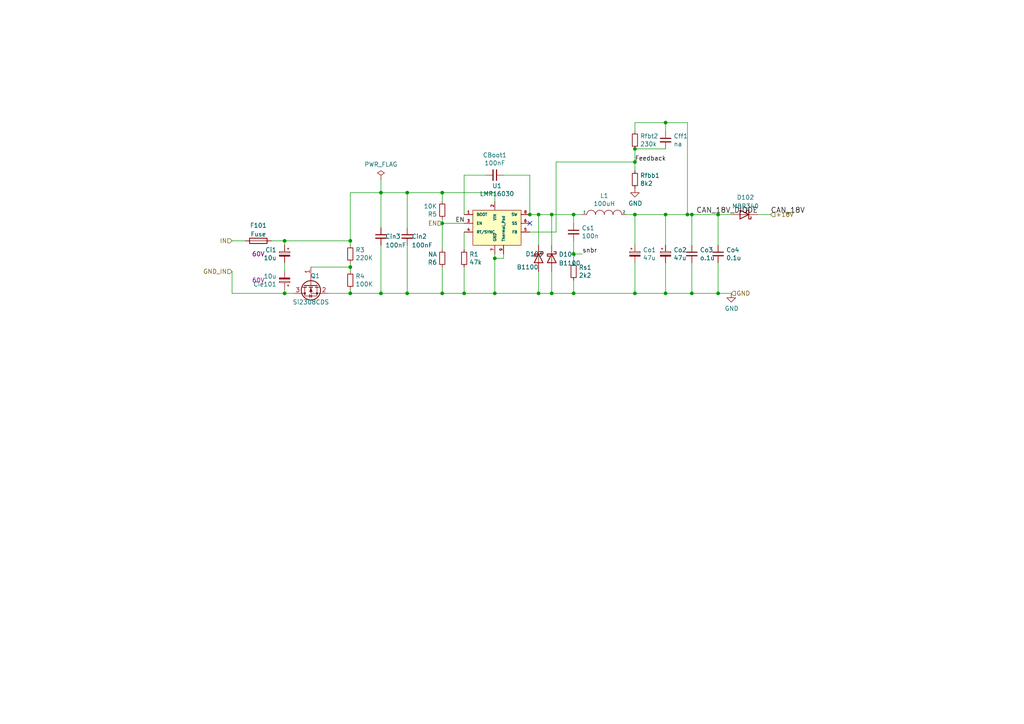
<source format=kicad_sch>
(kicad_sch (version 20211123) (generator eeschema)
  (paper "A4")
  (lib_symbols
    (symbol "Device:C_Polarized_Small" (pin_numbers hide) (pin_names (offset 0.254) hide)
      (property "Reference" "C" (at 0.254 1.778 0))
      (property "Value" "C_Polarized_Small" (at 0.254 -2.032 0))
      (symbol "C_Polarized_Small_0_1"
        (rectangle (start -1.524 -0.3048) (end 1.524 -0.6858) (fill (type outline)))
        (rectangle (start -1.524 0.6858) (end 1.524 0.3048))
        (polyline (pts (xy -1.27 1.524) (xy -0.762 1.524)))
        (polyline (pts (xy -1.016 1.27) (xy -1.016 1.778)))
      )
      (symbol "C_Polarized_Small_1_1"
        (pin passive line (at 0 2.54 270) (length 1.8542) (name "~") (number "1"))
        (pin passive line (at 0 -2.54 90) (length 1.8542) (name "~") (number "2"))
      )
    )
    (symbol "Device:D_Schottky" (pin_numbers hide) (pin_names (offset 1.016) hide)
      (property "Reference" "D" (at 0 2.54 0))
      (property "Value" "D_Schottky" (at 0 -2.54 0))
      (symbol "D_Schottky_0_1"
        (polyline (pts (xy 1.27 0) (xy -1.27 0)))
        (polyline (pts (xy 1.27 1.27) (xy 1.27 -1.27) (xy -1.27 0) (xy 1.27 1.27)) (stroke (width 0.254)))
        (polyline (pts (xy -1.905 0.635) (xy -1.905 1.27) (xy -1.27 1.27) (xy -1.27 -1.27) (xy -0.635 -1.27) (xy -0.635 -0.635)) (stroke (width 0.254)))
      )
      (symbol "D_Schottky_1_1"
        (pin passive line (at -3.81 0 0) (length 2.54) (name "K") (number "1"))
        (pin passive line (at 3.81 0 180) (length 2.54) (name "A") (number "2"))
      )
    )
    (symbol "Device:Fuse" (pin_numbers hide) (pin_names (offset 0))
      (property "Reference" "F" (at 2.032 0 90))
      (property "Value" "Fuse" (at -1.905 0 90))
      (symbol "Fuse_0_1"
        (rectangle (start -0.762 -2.54) (end 0.762 2.54) (stroke (width 0.254)))
        (polyline (pts (xy 0 2.54) (xy 0 -2.54)))
      )
      (symbol "Fuse_1_1"
        (pin passive line (at 0 3.81 270) (length 1.27) (name "~") (number "1"))
        (pin passive line (at 0 -3.81 90) (length 1.27) (name "~") (number "2"))
      )
    )
    (symbol "Device:Q_NMOS_GSD" (pin_names (offset 0) hide)
      (property "Reference" "Q" (at 5.08 1.27 0))
      (property "Value" "Q_NMOS_GSD" (at 5.08 -1.27 0))
      (symbol "Q_NMOS_GSD_0_1"
        (polyline (pts (xy 0.254 0) (xy -2.54 0)))
        (polyline (pts (xy 0.254 1.905) (xy 0.254 -1.905)) (stroke (width 0.254)))
        (polyline (pts (xy 0.762 -1.27) (xy 0.762 -2.286)) (stroke (width 0.254)))
        (polyline (pts (xy 0.762 0.508) (xy 0.762 -0.508)) (stroke (width 0.254)))
        (polyline (pts (xy 0.762 2.286) (xy 0.762 1.27)) (stroke (width 0.254)))
        (polyline (pts (xy 2.54 2.54) (xy 2.54 1.778)))
        (polyline (pts (xy 2.54 -2.54) (xy 2.54 0) (xy 0.762 0)))
        (polyline (pts (xy 0.762 -1.778) (xy 3.302 -1.778) (xy 3.302 1.778) (xy 0.762 1.778)))
        (polyline (pts (xy 1.016 0) (xy 2.032 0.381) (xy 2.032 -0.381) (xy 1.016 0)) (fill (type outline)))
        (polyline (pts (xy 2.794 0.508) (xy 2.921 0.381) (xy 3.683 0.381) (xy 3.81 0.254)))
        (polyline (pts (xy 3.302 0.381) (xy 2.921 -0.254) (xy 3.683 -0.254) (xy 3.302 0.381)))
        (circle (center 1.651 0) (radius 2.794) (stroke (width 0.254)))
        (circle (center 2.54 -1.778) (radius 0.254) (fill (type outline)))
        (circle (center 2.54 1.778) (radius 0.254) (fill (type outline)))
      )
      (symbol "Q_NMOS_GSD_1_1"
        (pin input line (at -5.08 0 0) (length 2.54) (name "G") (number "1"))
        (pin passive line (at 2.54 -5.08 90) (length 2.54) (name "S") (number "2"))
        (pin passive line (at 2.54 5.08 270) (length 2.54) (name "D") (number "3"))
      )
    )
    (symbol "fonte_18V-rescue:C_Small-Device" (pin_numbers hide) (pin_names (offset 0.254) hide)
      (property "Reference" "C" (at 0.254 1.778 0))
      (property "Value" "C_Small-Device" (at 0.254 -2.032 0))
      (symbol "C_Small-Device_0_1"
        (polyline (pts (xy -1.524 -0.508) (xy 1.524 -0.508)) (stroke (width 0.3302)))
        (polyline (pts (xy -1.524 0.508) (xy 1.524 0.508)) (stroke (width 0.3048)))
      )
      (symbol "C_Small-Device_1_1"
        (pin passive line (at 0 2.54 270) (length 2.032) (name "~") (number "1"))
        (pin passive line (at 0 -2.54 90) (length 2.032) (name "~") (number "2"))
      )
    )
    (symbol "fonte_18V-rescue:GND-power" (power) (pin_names (offset 0))
      (property "Value" "GND-power" (at 0 -3.81 0))
      (symbol "GND-power_0_1"
        (polyline (pts (xy 0 0) (xy 0 -1.27) (xy 1.27 -1.27) (xy 0 -2.54) (xy -1.27 -1.27) (xy 0 -1.27)))
      )
      (symbol "GND-power_1_1"
        (pin power_in line (at 0 0 270) (length 0) hide (name "GND") (number "1"))
      )
    )
    (symbol "fonte_18V-rescue:INDUCTOR-pspice" (pin_numbers hide) (pin_names (offset 0))
      (property "Reference" "L" (at 0 2.54 0))
      (property "Value" "INDUCTOR-pspice" (at 0 -1.27 0))
      (symbol "INDUCTOR-pspice_0_1"
        (arc (start -2.54 0) (mid -3.81 1.27) (end -5.08 0))
        (arc (start 0 0) (mid -1.27 1.27) (end -2.54 0))
        (arc (start 2.54 0) (mid 1.27 1.27) (end 0 0))
        (arc (start 5.08 0) (mid 3.81 1.27) (end 2.54 0))
      )
      (symbol "INDUCTOR-pspice_1_1"
        (pin input line (at -6.35 0 0) (length 1.27) (name "1") (number "1"))
        (pin input line (at 6.35 0 180) (length 1.27) (name "2") (number "2"))
      )
    )
    (symbol "fonte_18V-rescue:LMR16030-zenite_fonte" (pin_names (offset 1.016))
      (property "Reference" "U" (at 0 0 0))
      (property "Value" "LMR16030-zenite_fonte" (at 0 0 0))
      (symbol "LMR16030-zenite_fonte_0_1"
        (rectangle (start -6.35 15.24) (end 7.62 5.08) (fill (type background)))
      )
      (symbol "LMR16030-zenite_fonte_1_1"
        (pin input line (at -8.89 13.97 0) (length 2.54) (name "BOOT") (number "1"))
        (pin power_in line (at 0 17.78 270) (length 2.54) (name "VIN") (number "2"))
        (pin input line (at -8.89 11.43 0) (length 2.54) (name "EN") (number "3"))
        (pin input line (at -8.89 8.89 0) (length 2.54) (name "RT/SYNC") (number "4"))
        (pin input line (at 10.16 8.89 180) (length 2.54) (name "FB") (number "5"))
        (pin input line (at 10.16 11.43 180) (length 2.54) (name "SS") (number "6"))
        (pin power_out line (at 0 2.54 90) (length 2.54) (name "GND") (number "7"))
        (pin input line (at 10.16 13.97 180) (length 2.54) (name "SW") (number "8"))
        (pin power_out line (at 2.54 2.54 90) (length 2.54) (name "Thermal_Pad") (number "9"))
      )
    )
    (symbol "fonte_18V-rescue:R_Small-Device" (pin_numbers hide) (pin_names (offset 0.254) hide)
      (property "Reference" "R" (at 0.762 0.508 0))
      (property "Value" "R_Small-Device" (at 0.762 -1.016 0))
      (symbol "R_Small-Device_0_1"
        (rectangle (start -0.762 1.778) (end 0.762 -1.778) (stroke (width 0.2032)))
      )
      (symbol "R_Small-Device_1_1"
        (pin passive line (at 0 2.54 270) (length 0.762) (name "~") (number "1"))
        (pin passive line (at 0 -2.54 90) (length 0.762) (name "~") (number "2"))
      )
    )
    (symbol "power:PWR_FLAG" (power) (pin_numbers hide) (pin_names (offset 0) hide)
      (property "Value" "PWR_FLAG" (at 0 3.81 0))
      (symbol "PWR_FLAG_0_0"
        (pin power_out line (at 0 0 90) (length 0) (name "pwr") (number "1"))
      )
      (symbol "PWR_FLAG_0_1"
        (polyline (pts (xy 0 0) (xy 0 1.27) (xy -1.016 1.905) (xy 0 2.54) (xy 1.016 1.905) (xy 0 1.27)))
      )
    )
  )
  (junction (at 200.66 85.09))
  (junction (at 101.6 69.85))
  (junction (at 166.37 85.09))
  (junction (at 184.15 46.99))
  (junction (at 199.39 62.23))
  (junction (at 118.11 85.09))
  (junction (at 118.11 55.88))
  (junction (at 143.51 74.93))
  (junction (at 128.27 64.77))
  (junction (at 193.04 85.09))
  (junction (at 110.49 85.09))
  (junction (at 128.27 55.88))
  (junction (at 184.15 85.09))
  (junction (at 110.49 55.88))
  (junction (at 156.21 85.09))
  (junction (at 184.15 62.23))
  (junction (at 101.6 77.47))
  (junction (at 193.04 35.56))
  (junction (at 101.6 85.09))
  (junction (at 143.51 85.09))
  (junction (at 208.28 85.09))
  (junction (at 193.04 62.23))
  (junction (at 153.67 62.23))
  (junction (at 208.28 62.23))
  (junction (at 200.66 62.23))
  (junction (at 160.02 62.23))
  (junction (at 160.02 85.09))
  (junction (at 156.21 62.23))
  (junction (at 166.37 73.66))
  (junction (at 134.62 85.09))
  (junction (at 82.55 85.09))
  (junction (at 128.27 85.09))
  (junction (at 166.37 62.23))
  (junction (at 184.15 43.18))
  (junction (at 82.55 69.85))
  (no_connect (at 153.67 64.77))
  (wire (pts (xy 160.02 78.74) (xy 160.02 85.09)))
  (wire (pts (xy 118.11 55.88) (xy 118.11 66.04)))
  (wire (pts (xy 208.28 85.09) (xy 212.09 85.09)))
  (wire (pts (xy 110.49 66.04) (xy 110.49 55.88)))
  (wire (pts (xy 184.15 35.56) (xy 184.15 38.1)))
  (wire (pts (xy 160.02 85.09) (xy 166.37 85.09)))
  (wire (pts (xy 161.29 46.99) (xy 161.29 67.31)))
  (wire (pts (xy 156.21 85.09) (xy 160.02 85.09)))
  (wire (pts (xy 143.51 58.42) (xy 143.51 55.88)))
  (wire (pts (xy 67.31 78.74) (xy 67.31 85.09)))
  (wire (pts (xy 184.15 62.23) (xy 181.61 62.23)))
  (wire (pts (xy 82.55 83.82) (xy 82.55 85.09)))
  (wire (pts (xy 208.28 76.2) (xy 208.28 85.09)))
  (wire (pts (xy 200.66 85.09) (xy 208.28 85.09)))
  (wire (pts (xy 110.49 85.09) (xy 118.11 85.09)))
  (wire (pts (xy 184.15 62.23) (xy 193.04 62.23)))
  (wire (pts (xy 110.49 55.88) (xy 118.11 55.88)))
  (wire (pts (xy 128.27 85.09) (xy 134.62 85.09)))
  (wire (pts (xy 156.21 62.23) (xy 160.02 62.23)))
  (wire (pts (xy 118.11 85.09) (xy 128.27 85.09)))
  (wire (pts (xy 193.04 76.2) (xy 193.04 85.09)))
  (wire (pts (xy 200.66 62.23) (xy 200.66 71.12)))
  (wire (pts (xy 153.67 50.8) (xy 153.67 62.23)))
  (wire (pts (xy 128.27 55.88) (xy 118.11 55.88)))
  (wire (pts (xy 143.51 73.66) (xy 143.51 74.93)))
  (wire (pts (xy 128.27 58.42) (xy 128.27 55.88)))
  (wire (pts (xy 143.51 74.93) (xy 146.05 74.93)))
  (wire (pts (xy 193.04 62.23) (xy 199.39 62.23)))
  (wire (pts (xy 193.04 35.56) (xy 193.04 38.1)))
  (wire (pts (xy 208.28 62.23) (xy 212.09 62.23)))
  (wire (pts (xy 156.21 78.74) (xy 156.21 85.09)))
  (wire (pts (xy 153.67 62.23) (xy 156.21 62.23)))
  (wire (pts (xy 85.09 85.09) (xy 82.55 85.09)))
  (wire (pts (xy 128.27 64.77) (xy 128.27 72.39)))
  (wire (pts (xy 146.05 74.93) (xy 146.05 73.66)))
  (wire (pts (xy 101.6 55.88) (xy 101.6 69.85)))
  (wire (pts (xy 101.6 85.09) (xy 110.49 85.09)))
  (wire (pts (xy 184.15 46.99) (xy 184.15 49.53)))
  (wire (pts (xy 160.02 62.23) (xy 166.37 62.23)))
  (wire (pts (xy 101.6 55.88) (xy 110.49 55.88)))
  (wire (pts (xy 156.21 62.23) (xy 156.21 71.12)))
  (wire (pts (xy 82.55 76.2) (xy 82.55 78.74)))
  (wire (pts (xy 118.11 71.12) (xy 118.11 85.09)))
  (wire (pts (xy 128.27 63.5) (xy 128.27 64.77)))
  (wire (pts (xy 140.97 50.8) (xy 134.62 50.8)))
  (wire (pts (xy 101.6 71.12) (xy 101.6 69.85)))
  (wire (pts (xy 166.37 85.09) (xy 184.15 85.09)))
  (wire (pts (xy 110.49 52.07) (xy 110.49 55.88)))
  (wire (pts (xy 134.62 77.47) (xy 134.62 85.09)))
  (wire (pts (xy 184.15 43.18) (xy 184.15 46.99)))
  (wire (pts (xy 166.37 69.85) (xy 166.37 73.66)))
  (wire (pts (xy 78.74 69.85) (xy 82.55 69.85)))
  (wire (pts (xy 184.15 71.12) (xy 184.15 62.23)))
  (wire (pts (xy 166.37 73.66) (xy 168.91 73.66)))
  (wire (pts (xy 166.37 64.77) (xy 166.37 62.23)))
  (wire (pts (xy 166.37 62.23) (xy 168.91 62.23)))
  (wire (pts (xy 90.17 77.47) (xy 101.6 77.47)))
  (wire (pts (xy 184.15 76.2) (xy 184.15 85.09)))
  (wire (pts (xy 101.6 77.47) (xy 101.6 78.74)))
  (wire (pts (xy 161.29 67.31) (xy 153.67 67.31)))
  (wire (pts (xy 199.39 62.23) (xy 200.66 62.23)))
  (wire (pts (xy 166.37 81.28) (xy 166.37 85.09)))
  (wire (pts (xy 143.51 74.93) (xy 143.51 85.09)))
  (wire (pts (xy 82.55 69.85) (xy 101.6 69.85)))
  (wire (pts (xy 200.66 62.23) (xy 208.28 62.23)))
  (wire (pts (xy 193.04 85.09) (xy 200.66 85.09)))
  (wire (pts (xy 166.37 73.66) (xy 166.37 76.2)))
  (wire (pts (xy 128.27 64.77) (xy 134.62 64.77)))
  (wire (pts (xy 128.27 77.47) (xy 128.27 85.09)))
  (wire (pts (xy 208.28 62.23) (xy 208.28 71.12)))
  (wire (pts (xy 199.39 35.56) (xy 199.39 62.23)))
  (wire (pts (xy 134.62 50.8) (xy 134.62 62.23)))
  (wire (pts (xy 143.51 85.09) (xy 156.21 85.09)))
  (wire (pts (xy 160.02 62.23) (xy 160.02 71.12)))
  (wire (pts (xy 219.71 62.23) (xy 223.52 62.23)))
  (wire (pts (xy 146.05 50.8) (xy 153.67 50.8)))
  (wire (pts (xy 184.15 35.56) (xy 193.04 35.56)))
  (wire (pts (xy 67.31 85.09) (xy 82.55 85.09)))
  (wire (pts (xy 101.6 83.82) (xy 101.6 85.09)))
  (wire (pts (xy 134.62 67.31) (xy 134.62 72.39)))
  (wire (pts (xy 184.15 43.18) (xy 193.04 43.18)))
  (wire (pts (xy 71.12 69.85) (xy 67.31 69.85)))
  (wire (pts (xy 143.51 55.88) (xy 128.27 55.88)))
  (wire (pts (xy 95.25 85.09) (xy 101.6 85.09)))
  (wire (pts (xy 82.55 71.12) (xy 82.55 69.85)))
  (wire (pts (xy 193.04 71.12) (xy 193.04 62.23)))
  (wire (pts (xy 161.29 46.99) (xy 184.15 46.99)))
  (wire (pts (xy 193.04 35.56) (xy 199.39 35.56)))
  (wire (pts (xy 110.49 71.12) (xy 110.49 85.09)))
  (wire (pts (xy 200.66 76.2) (xy 200.66 85.09)))
  (wire (pts (xy 101.6 76.2) (xy 101.6 77.47)))
  (wire (pts (xy 134.62 85.09) (xy 143.51 85.09)))
  (wire (pts (xy 184.15 85.09) (xy 193.04 85.09)))
  (label "EN" (at 132.08 64.77 0))
  (label "CAN_18V" (at 223.52 62.23 0) (effects (font (size 1.524 1.524))))
  (label "Feedback" (at 184.15 46.99 0))
  (label "snbr" (at 168.91 73.66 0))
  (label "CAN_18V_DIODE" (at 201.93 62.23 0) (effects (font (size 1.524 1.524))))
  (hierarchical_label "GND_IN" (shape input) (at 67.31 78.74 180))
  (hierarchical_label "EN" (shape input) (at 128.27 64.77 180))
  (hierarchical_label "IN" (shape input) (at 67.31 69.85 180))
  (hierarchical_label "GND" (shape input) (at 212.09 85.09 0))
  (hierarchical_label "+18V" (shape input) (at 223.52 62.23 0))
  (symbol (lib_id "Device:Q_NMOS_GSD") (at 90.17 82.55 90) (mirror x) (unit 1)
    (property "Reference" "Q1" (at 91.44 80.01 90))
    (property "Value" "Si2308CDS" (at 90.17 87.63 90))
    (property "Footprint" "Package_TO_SOT_SMD:SOT-23" (effects hide))
    (property "Datasheet" "http://www.vishay.com/docs/66709/si2308cd.pdf" (effects hide))
  )
  (symbol (lib_id "Device:C_Polarized_Small") (at 193.04 73.66 0) (unit 1)
    (property "Reference" "Co2" (at 195.3514 72.4916 0) (effects (justify left)))
    (property "Value" "47u" (at 195.3514 74.803 0) (effects (justify left)))
    (property "Footprint" "Capacitor_THT:CP_Radial_D5.0mm_P2.50mm" (effects hide))
  )
  (symbol (lib_id "fonte_18V-rescue:C_Small-Device") (at 143.51 50.8 270) (unit 1)
    (property "Reference" "CBoot1" (at 143.51 44.9834 90))
    (property "Value" "100nF" (at 143.51 47.2948 90))
    (property "Footprint" "Capacitor_SMD:C_0805_2012Metric_Pad1.18x1.45mm_HandSolder" (effects hide))
  )
  (symbol (lib_id "fonte_18V-rescue:R_Small-Device") (at 166.37 78.74 0) (unit 1)
    (property "Reference" "Rs1" (at 167.8686 77.5716 0) (effects (justify left)))
    (property "Value" "2k2" (at 167.8686 79.883 0) (effects (justify left)))
    (property "Footprint" "Resistor_SMD:R_0805_2012Metric_Pad1.20x1.40mm_HandSolder" (effects hide))
  )
  (symbol (lib_id "fonte_18V-rescue:C_Small-Device") (at 208.28 73.66 0) (unit 1)
    (property "Reference" "Co4" (at 210.6168 72.4916 0) (effects (justify left)))
    (property "Value" "0.1u" (at 210.6168 74.803 0) (effects (justify left)))
    (property "Footprint" "Capacitor_SMD:C_0805_2012Metric_Pad1.18x1.45mm_HandSolder" (effects hide))
  )
  (symbol (lib_id "Device:D_Schottky") (at 215.9 62.23 180) (unit 1)
    (property "Reference" "D102" (at 216.2175 57.2602 0))
    (property "Value" "MBR340" (at 216.2175 59.7971 0))
    (property "Footprint" "Diode_SMD:D_SMA_Handsoldering" (effects hide))
  )
  (symbol (lib_id "Device:D_Schottky") (at 160.02 74.93 270) (unit 1)
    (property "Reference" "D104" (at 162.052 73.7778 90) (effects (justify left)))
    (property "Value" "B1100" (at 162.052 76.3147 90) (effects (justify left)))
    (property "Footprint" "Diode_SMD:D_SMA_Handsoldering" (effects hide))
  )
  (symbol (lib_id "fonte_18V-rescue:R_Small-Device") (at 101.6 81.28 0) (unit 1)
    (property "Reference" "R4" (at 103.0986 80.1116 0) (effects (justify left)))
    (property "Value" "100K" (at 103.0986 82.423 0) (effects (justify left)))
    (property "Footprint" "Resistor_SMD:R_0805_2012Metric_Pad1.20x1.40mm_HandSolder" (effects hide))
  )
  (symbol (lib_id "Device:C_Polarized_Small") (at 82.55 81.28 180) (unit 1)
    (property "Reference" "Cie101" (at 80.2386 82.4484 0) (effects (justify left)))
    (property "Value" "10u" (at 80.2386 80.137 0) (effects (justify left)))
    (property "Footprint" "Capacitor_THT:CP_Radial_D5.0mm_P2.50mm" (effects hide))
    (property "Voltage" "60V" (at 74.93 81.28 0))
  )
  (symbol (lib_id "fonte_18V-rescue:GND-power") (at 212.09 85.09 0) (unit 1)
    (property "Reference" "#PWR0101" (effects hide))
    (property "Value" "GND" (at 212.217 89.4842 0))
  )
  (symbol (lib_id "fonte_18V-rescue:C_Small-Device") (at 193.04 40.64 0) (unit 1)
    (property "Reference" "Cff1" (at 195.3768 39.4716 0) (effects (justify left)))
    (property "Value" "na" (at 195.3768 41.783 0) (effects (justify left)))
    (property "Footprint" "Capacitor_SMD:C_0805_2012Metric_Pad1.18x1.45mm_HandSolder" (effects hide))
  )
  (symbol (lib_id "fonte_18V-rescue:GND-power") (at 184.15 54.61 0) (unit 1)
    (property "Reference" "#PWR0103" (effects hide))
    (property "Value" "GND" (at 184.277 59.0042 0))
  )
  (symbol (lib_id "Device:C_Polarized_Small") (at 82.55 73.66 0) (mirror y) (unit 1)
    (property "Reference" "Ci1" (at 80.2386 72.4916 0) (effects (justify left)))
    (property "Value" "10u" (at 80.2386 74.803 0) (effects (justify left)))
    (property "Footprint" "Capacitor_THT:CP_Radial_D5.0mm_P2.50mm" (effects hide))
    (property "Voltage" "60V" (at 74.93 73.66 0))
  )
  (symbol (lib_id "fonte_18V-rescue:R_Small-Device") (at 128.27 60.96 180) (unit 1)
    (property "Reference" "R5" (at 126.7714 62.1284 0) (effects (justify left)))
    (property "Value" "10K" (at 126.7714 59.817 0) (effects (justify left)))
    (property "Footprint" "Resistor_SMD:R_0805_2012Metric_Pad1.20x1.40mm_HandSolder" (effects hide))
  )
  (symbol (lib_id "fonte_18V-rescue:R_Small-Device") (at 128.27 74.93 180) (unit 1)
    (property "Reference" "R6" (at 126.7714 76.0984 0) (effects (justify left)))
    (property "Value" "NA" (at 126.7714 73.787 0) (effects (justify left)))
    (property "Footprint" "Resistor_SMD:R_0805_2012Metric_Pad1.20x1.40mm_HandSolder" (effects hide))
  )
  (symbol (lib_id "Device:C_Polarized_Small") (at 184.15 73.66 0) (unit 1)
    (property "Reference" "Co1" (at 186.4614 72.4916 0) (effects (justify left)))
    (property "Value" "47u" (at 186.4614 74.803 0) (effects (justify left)))
    (property "Footprint" "Capacitor_THT:CP_Radial_D5.0mm_P2.50mm" (effects hide))
  )
  (symbol (lib_id "Device:D_Schottky") (at 156.21 74.93 270) (unit 1)
    (property "Reference" "D103" (at 152.4 73.66 90) (effects (justify left)))
    (property "Value" "B1100" (at 149.86 77.47 90) (effects (justify left)))
    (property "Footprint" "Diode_SMD:D_SMA_Handsoldering" (effects hide))
  )
  (symbol (lib_id "fonte_18V-rescue:LMR16030-zenite_fonte") (at 143.51 76.2 0) (unit 1)
    (property "Reference" "U1" (at 144.145 53.8988 0))
    (property "Value" "LMR16030" (at 144.145 56.2102 0))
    (property "Footprint" "Package_SO:Texas_R-PDSO-G8_EP2.95x4.9mm_Mask2.4x3.1mm_ThermalVias" (effects hide))
  )
  (symbol (lib_id "fonte_18V-rescue:R_Small-Device") (at 134.62 74.93 0) (unit 1)
    (property "Reference" "R1" (at 136.1186 73.7616 0) (effects (justify left)))
    (property "Value" "47k" (at 136.1186 76.073 0) (effects (justify left)))
    (property "Footprint" "Resistor_SMD:R_0805_2012Metric_Pad1.20x1.40mm_HandSolder" (effects hide))
  )
  (symbol (lib_id "fonte_18V-rescue:C_Small-Device") (at 166.37 67.31 0) (unit 1)
    (property "Reference" "Cs1" (at 168.7068 66.1416 0) (effects (justify left)))
    (property "Value" "100n" (at 168.7068 68.453 0) (effects (justify left)))
    (property "Footprint" "Capacitor_SMD:C_0805_2012Metric_Pad1.18x1.45mm_HandSolder" (effects hide))
  )
  (symbol (lib_id "power:PWR_FLAG") (at 110.49 52.07 0) (unit 1)
    (property "Reference" "#FLG0101" (effects hide))
    (property "Value" "PWR_FLAG" (at 110.49 47.6758 0))
  )
  (symbol (lib_id "fonte_18V-rescue:C_Small-Device") (at 200.66 73.66 0) (unit 1)
    (property "Reference" "Co3" (at 202.9968 72.4916 0) (effects (justify left)))
    (property "Value" "o.1u" (at 202.9968 74.803 0) (effects (justify left)))
    (property "Footprint" "Capacitor_SMD:C_0805_2012Metric_Pad1.18x1.45mm_HandSolder" (effects hide))
  )
  (symbol (lib_id "fonte_18V-rescue:INDUCTOR-pspice") (at 175.26 62.23 0) (unit 1)
    (property "Reference" "L1" (at 175.26 56.769 0))
    (property "Value" "100uH" (at 175.26 59.0804 0))
    (property "Footprint" "Inductor_THT:L_Radial_D21.0mm_P19.00mm" (effects hide))
  )
  (symbol (lib_id "Device:Fuse") (at 74.93 69.85 90) (unit 1)
    (property "Reference" "F101" (at 74.93 65.3882 90))
    (property "Value" "Fuse" (at 74.93 67.9251 90))
    (property "Footprint" "KicadZeniteSolarLibrary18:Fuse_Holder_5x20" (effects hide))
  )
  (symbol (lib_id "fonte_18V-rescue:C_Small-Device") (at 118.11 68.58 0) (unit 1)
    (property "Reference" "Cin2" (at 119.38 68.58 0) (effects (justify left)))
    (property "Value" "100nF" (at 119.38 71.12 0) (effects (justify left)))
    (property "Footprint" "Capacitor_SMD:C_0805_2012Metric_Pad1.18x1.45mm_HandSolder" (effects hide))
  )
  (symbol (lib_id "fonte_18V-rescue:R_Small-Device") (at 101.6 73.66 0) (unit 1)
    (property "Reference" "R3" (at 103.0986 72.4916 0) (effects (justify left)))
    (property "Value" "220K" (at 103.0986 74.803 0) (effects (justify left)))
    (property "Footprint" "Resistor_SMD:R_0805_2012Metric_Pad1.20x1.40mm_HandSolder" (effects hide))
  )
  (symbol (lib_id "fonte_18V-rescue:C_Small-Device") (at 110.49 68.58 0) (unit 1)
    (property "Reference" "Cin3" (at 111.76 68.58 0) (effects (justify left)))
    (property "Value" "100nF" (at 111.76 71.12 0) (effects (justify left)))
    (property "Footprint" "Capacitor_SMD:C_0805_2012Metric_Pad1.18x1.45mm_HandSolder" (effects hide))
  )
  (symbol (lib_id "fonte_18V-rescue:R_Small-Device") (at 184.15 52.07 0) (unit 1)
    (property "Reference" "Rfbb1" (at 185.6486 50.9016 0) (effects (justify left)))
    (property "Value" "8k2" (at 185.6486 53.213 0) (effects (justify left)))
    (property "Footprint" "Resistor_SMD:R_0805_2012Metric_Pad1.20x1.40mm_HandSolder" (effects hide))
  )
  (symbol (lib_id "fonte_18V-rescue:R_Small-Device") (at 184.15 40.64 0) (unit 1)
    (property "Reference" "Rfbt2" (at 185.6486 39.4716 0) (effects (justify left)))
    (property "Value" "230k" (at 185.6486 41.783 0) (effects (justify left)))
    (property "Footprint" "Resistor_SMD:R_0805_2012Metric_Pad1.20x1.40mm_HandSolder" (effects hide))
  )
)
</source>
